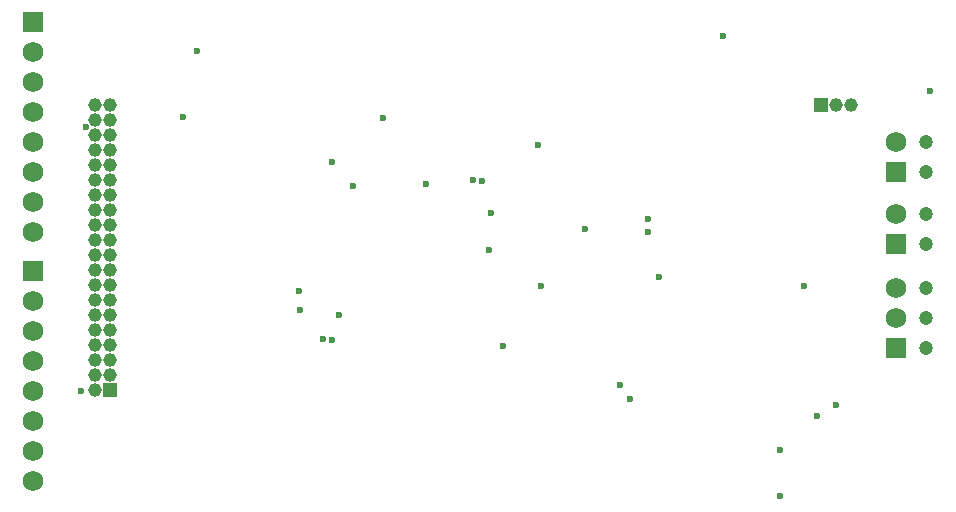
<source format=gbs>
G04*
G04 #@! TF.GenerationSoftware,Altium Limited,Altium Designer,23.3.1 (30)*
G04*
G04 Layer_Color=16711935*
%FSLAX24Y24*%
%MOIN*%
G70*
G04*
G04 #@! TF.SameCoordinates,0EE62ADF-7674-4DCD-90CA-8C9100EC0EC2*
G04*
G04*
G04 #@! TF.FilePolarity,Negative*
G04*
G01*
G75*
%ADD56C,0.0689*%
%ADD57R,0.0689X0.0689*%
%ADD58C,0.0453*%
%ADD59R,0.0453X0.0453*%
%ADD60R,0.0453X0.0453*%
%ADD61C,0.0472*%
%ADD70C,0.0236*%
D56*
X2650Y1900D02*
D03*
Y2900D02*
D03*
Y3900D02*
D03*
Y4900D02*
D03*
Y5900D02*
D03*
Y6900D02*
D03*
Y7900D02*
D03*
Y16200D02*
D03*
Y15200D02*
D03*
Y14200D02*
D03*
Y13200D02*
D03*
Y12200D02*
D03*
Y11200D02*
D03*
Y10200D02*
D03*
X31400Y13200D02*
D03*
Y10800D02*
D03*
Y8350D02*
D03*
Y7350D02*
D03*
D57*
X2650Y8900D02*
D03*
Y17200D02*
D03*
X31400Y12200D02*
D03*
Y9800D02*
D03*
Y6350D02*
D03*
D58*
X4700Y14450D02*
D03*
X5200D02*
D03*
X4700Y13950D02*
D03*
X5200D02*
D03*
X4700Y13450D02*
D03*
X5200D02*
D03*
X4700Y12950D02*
D03*
X5200D02*
D03*
X4700Y12450D02*
D03*
X5200D02*
D03*
X4700Y11950D02*
D03*
X5200D02*
D03*
X4700Y11450D02*
D03*
X5200D02*
D03*
X4700Y10950D02*
D03*
X5200D02*
D03*
X4700Y10450D02*
D03*
X5200D02*
D03*
X4700Y9950D02*
D03*
X5200D02*
D03*
X4700Y9450D02*
D03*
X5200D02*
D03*
X4700Y8950D02*
D03*
X5200D02*
D03*
X4700Y8450D02*
D03*
X5200D02*
D03*
X4700Y7950D02*
D03*
X5200D02*
D03*
X4700Y7450D02*
D03*
X5200D02*
D03*
X4700Y6950D02*
D03*
X5200D02*
D03*
X4700Y6450D02*
D03*
X5200D02*
D03*
X4700Y5950D02*
D03*
X5200D02*
D03*
X4700Y5450D02*
D03*
X5200D02*
D03*
X4700Y4950D02*
D03*
X29900Y14450D02*
D03*
X29400D02*
D03*
D59*
X5200Y4950D02*
D03*
D60*
X28900Y14450D02*
D03*
D61*
X32400Y13200D02*
D03*
Y12200D02*
D03*
Y10800D02*
D03*
Y9800D02*
D03*
Y8350D02*
D03*
Y7350D02*
D03*
Y6350D02*
D03*
D70*
X17600Y11900D02*
D03*
X23131Y10195D02*
D03*
Y10645D02*
D03*
X19481Y13095D02*
D03*
X14300Y14000D02*
D03*
X17900Y10850D02*
D03*
X21050Y10300D02*
D03*
X19581Y8423D02*
D03*
X4429Y13722D02*
D03*
X4250Y4900D02*
D03*
X7650Y14050D02*
D03*
X8100Y16250D02*
D03*
X17850Y9600D02*
D03*
X32550Y14900D02*
D03*
X27550Y1400D02*
D03*
X12300Y6650D02*
D03*
X23500Y8700D02*
D03*
X12850Y7450D02*
D03*
X12600Y6600D02*
D03*
X28786Y4064D02*
D03*
X29400Y4450D02*
D03*
X25650Y16750D02*
D03*
X12600Y12550D02*
D03*
X17300Y11950D02*
D03*
X18300Y6400D02*
D03*
X13300Y11750D02*
D03*
X11550Y7600D02*
D03*
X11500Y8250D02*
D03*
X28350Y8400D02*
D03*
X15750Y11800D02*
D03*
X27550Y2950D02*
D03*
X22200Y5100D02*
D03*
X22550Y4650D02*
D03*
M02*

</source>
